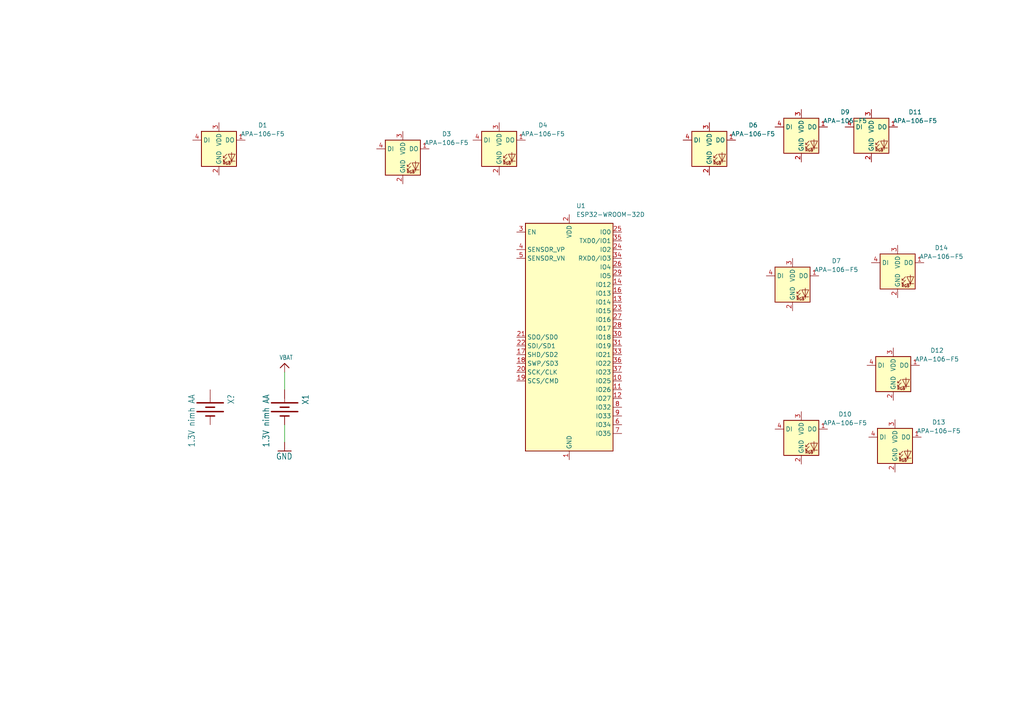
<source format=kicad_sch>
(kicad_sch (version 20210621) (generator eeschema)
  (paper "A4")
  (lib_symbols
    (symbol "LED:APA-106-F5"
      (property "Reference" "D" (at 5.08 5.715 0))
      (property "Value" "APA-106-F5" (at 1.27 -5.715 0))
      (symbol "APA-106-F5_0_0"
        (text "RGB" (at 2.286 -4.191 0) (effects (font (size 0.762 0.762))))
      )
      (symbol "APA-106-F5_0_1"
        (polyline (pts (xy 1.27 -3.556) (xy 1.778 -3.556)))
        (polyline (pts (xy 1.27 -2.54) (xy 1.778 -2.54)))
        (polyline (pts (xy 4.699 -3.556) (xy 2.667 -3.556)))
        (polyline (pts (xy 2.286 -2.54) (xy 1.27 -3.556) (xy 1.27 -3.048)))
        (polyline (pts (xy 2.286 -1.524) (xy 1.27 -2.54) (xy 1.27 -2.032)))
        (polyline (pts (xy 3.683 -1.016) (xy 3.683 -3.556) (xy 3.683 -4.064)))
        (polyline (pts (xy 4.699 -1.524) (xy 2.667 -1.524) (xy 3.683 -3.556) (xy 4.699 -1.524)))
        (rectangle (start 5.08 5.08) (end -5.08 -5.08) (stroke (width 0.254)) (fill (type background)))
      )
      (symbol "APA-106-F5_1_1"
        (pin output line (at 7.62 2.54 180) (length 2.54) (name "DO") (number "1"))
        (pin power_in line (at 0 -7.62 90) (length 2.54) (name "GND") (number "2"))
        (pin power_in line (at 0 7.62 270) (length 2.54) (name "VDD") (number "3"))
        (pin input line (at -7.62 2.54 0) (length 2.54) (name "DI") (number "4"))
      )
    )
    (symbol "RF_Module:ESP32-WROOM-32D"
      (property "Reference" "U" (at -12.7 34.29 0))
      (property "Value" "ESP32-WROOM-32D" (at 1.27 34.29 0))
      (symbol "ESP32-WROOM-32D_0_1"
        (rectangle (start -12.7 33.02) (end 12.7 -33.02) (stroke (width 0.254)) (fill (type background)))
      )
      (symbol "ESP32-WROOM-32D_1_1"
        (pin power_in line (at 0 -35.56 90) (length 2.54) (name "GND") (number "1"))
        (pin bidirectional line (at 15.24 -12.7 180) (length 2.54) (name "IO25") (number "10"))
        (pin bidirectional line (at 15.24 -15.24 180) (length 2.54) (name "IO26") (number "11"))
        (pin bidirectional line (at 15.24 -17.78 180) (length 2.54) (name "IO27") (number "12"))
        (pin bidirectional line (at 15.24 10.16 180) (length 2.54) (name "IO14") (number "13"))
        (pin bidirectional line (at 15.24 15.24 180) (length 2.54) (name "IO12") (number "14"))
        (pin passive line (at 0 -35.56 90) (length 2.54) hide (name "GND") (number "15"))
        (pin bidirectional line (at 15.24 12.7 180) (length 2.54) (name "IO13") (number "16"))
        (pin bidirectional line (at -15.24 -5.08 0) (length 2.54) (name "SHD/SD2") (number "17"))
        (pin bidirectional line (at -15.24 -7.62 0) (length 2.54) (name "SWP/SD3") (number "18"))
        (pin bidirectional line (at -15.24 -12.7 0) (length 2.54) (name "SCS/CMD") (number "19"))
        (pin power_in line (at 0 35.56 270) (length 2.54) (name "VDD") (number "2"))
        (pin bidirectional line (at -15.24 -10.16 0) (length 2.54) (name "SCK/CLK") (number "20"))
        (pin bidirectional line (at -15.24 0 0) (length 2.54) (name "SDO/SD0") (number "21"))
        (pin bidirectional line (at -15.24 -2.54 0) (length 2.54) (name "SDI/SD1") (number "22"))
        (pin bidirectional line (at 15.24 7.62 180) (length 2.54) (name "IO15") (number "23"))
        (pin bidirectional line (at 15.24 25.4 180) (length 2.54) (name "IO2") (number "24"))
        (pin bidirectional line (at 15.24 30.48 180) (length 2.54) (name "IO0") (number "25"))
        (pin bidirectional line (at 15.24 20.32 180) (length 2.54) (name "IO4") (number "26"))
        (pin bidirectional line (at 15.24 5.08 180) (length 2.54) (name "IO16") (number "27"))
        (pin bidirectional line (at 15.24 2.54 180) (length 2.54) (name "IO17") (number "28"))
        (pin bidirectional line (at 15.24 17.78 180) (length 2.54) (name "IO5") (number "29"))
        (pin input line (at -15.24 30.48 0) (length 2.54) (name "EN") (number "3"))
        (pin bidirectional line (at 15.24 0 180) (length 2.54) (name "IO18") (number "30"))
        (pin bidirectional line (at 15.24 -2.54 180) (length 2.54) (name "IO19") (number "31"))
        (pin no_connect line (at -12.7 -27.94 0) (length 2.54) hide (name "NC") (number "32"))
        (pin bidirectional line (at 15.24 -5.08 180) (length 2.54) (name "IO21") (number "33"))
        (pin bidirectional line (at 15.24 22.86 180) (length 2.54) (name "RXD0/IO3") (number "34"))
        (pin bidirectional line (at 15.24 27.94 180) (length 2.54) (name "TXD0/IO1") (number "35"))
        (pin bidirectional line (at 15.24 -7.62 180) (length 2.54) (name "IO22") (number "36"))
        (pin bidirectional line (at 15.24 -10.16 180) (length 2.54) (name "IO23") (number "37"))
        (pin passive line (at 0 -35.56 90) (length 2.54) hide (name "GND") (number "38"))
        (pin passive line (at 0 -35.56 90) (length 2.54) hide (name "GND") (number "39"))
        (pin input line (at -15.24 25.4 0) (length 2.54) (name "SENSOR_VP") (number "4"))
        (pin input line (at -15.24 22.86 0) (length 2.54) (name "SENSOR_VN") (number "5"))
        (pin input line (at 15.24 -25.4 180) (length 2.54) (name "IO34") (number "6"))
        (pin input line (at 15.24 -27.94 180) (length 2.54) (name "IO35") (number "7"))
        (pin bidirectional line (at 15.24 -20.32 180) (length 2.54) (name "IO32") (number "8"))
        (pin bidirectional line (at 15.24 -22.86 180) (length 2.54) (name "IO33") (number "9"))
      )
    )
    (symbol "main-board-rev1d-eagle-import:BATTERY18650-BLOSSOM"
      (property "Value" "BATTERY18650-BLOSSOM" (at -3.81 -6.35 0))
      (symbol "BATTERY18650-BLOSSOM_1_0"
        (polyline (pts (xy -2.54 0) (xy -1.524 0)) (stroke (width 0.1524)))
        (polyline (pts (xy -1.27 3.81) (xy -1.27 -3.81)) (stroke (width 0.4064)))
        (polyline (pts (xy 0 1.27) (xy 0 -1.27)) (stroke (width 0.4064)))
        (polyline (pts (xy 1.27 3.81) (xy 1.27 -3.81)) (stroke (width 0.4064)))
        (polyline (pts (xy 2.54 1.27) (xy 2.54 -1.27)) (stroke (width 0.4064)))
        (pin power_in line (at -5.08 0 0) (length 2.54) (name "+") (number "+"))
        (pin power_in line (at 5.08 0 180) (length 2.54) (name "-") (number "-"))
      )
    )
    (symbol "main-board-rev1d-eagle-import:GND" (power)
      (property "Value" "GND" (at -2.54 -2.54 0))
      (symbol "GND_1_0"
        (polyline (pts (xy -1.905 0) (xy 1.905 0)) (stroke (width 0.254)))
        (pin power_in line (at 0 2.54 270) (length 2.54) (name "GND") (number "1"))
      )
    )
    (symbol "main-board-rev1d-eagle-import:VBAT" (power)
      (property "Value" "VBAT" (at -1.524 1.016 0))
      (symbol "VBAT_1_0"
        (polyline (pts (xy -1.27 -1.27) (xy 0 0)) (stroke (width 0.254)))
        (polyline (pts (xy 0 0) (xy 1.27 -1.27)) (stroke (width 0.254)))
        (pin power_in line (at 0 -2.54 90) (length 2.54) (name "VBAT") (number "1"))
      )
    )
  )
  (wire (pts (xy 82.55 107.95) (xy 82.55 113.03)))
  (wire (pts (xy 82.55 128.27) (xy 82.55 123.19)))
  (symbol (lib_id "main-board-rev1d-eagle-import:GND") (at 82.55 130.81 0) (unit 1)
    (property "Reference" "#U$02" (effects hide))
    (property "Value" "GND" (at 80.01 133.35 0) (effects (font (size 1.778 1.5113)) (justify left bottom)))
  )
  (symbol (lib_id "LED:APA-106-F5") (at 229.87 82.55 0) (unit 1)
    (property "Reference" "D7" (at 242.57 75.6793 0))
    (property "Value" "APA-106-F5" (at 242.57 78.2193 0))
    (property "Footprint" "LED_THT:LED_D5.0mm-4_RGB" (effects hide))
    (property "Datasheet" "https://cdn.sparkfun.com/datasheets/Components/LED/COM-12877.pdf" (effects hide))
  )
  (symbol (lib_id "LED:APA-106-F5") (at 116.84 45.72 0) (unit 1)
    (property "Reference" "D3" (at 129.54 38.8493 0))
    (property "Value" "APA-106-F5" (at 129.54 41.3893 0))
    (property "Footprint" "LED_THT:LED_D5.0mm-4_RGB" (effects hide))
    (property "Datasheet" "https://cdn.sparkfun.com/datasheets/Components/LED/COM-12877.pdf" (effects hide))
  )
  (symbol (lib_id "main-board-rev1d-eagle-import:BATTERY18650-BLOSSOM") (at 60.96 118.11 270) (unit 1)
    (property "Reference" "X?" (at 66.04 114.3 0) (effects (font (size 1.778 1.5113)) (justify left bottom)))
    (property "Value" "1.3V nimh AA" (at 54.61 114.3 0) (effects (font (size 1.778 1.5113)) (justify left bottom)))
    (property "Footprint" "Battery:BatteryHolder_Keystone_2460_1xAA" (effects hide))
  )
  (symbol (lib_id "LED:APA-106-F5") (at 232.41 127 0) (unit 1)
    (property "Reference" "D10" (at 245.11 120.1293 0))
    (property "Value" "APA-106-F5" (at 245.11 122.6693 0))
    (property "Footprint" "LED_THT:LED_D5.0mm-4_RGB" (effects hide))
    (property "Datasheet" "https://cdn.sparkfun.com/datasheets/Components/LED/COM-12877.pdf" (effects hide))
  )
  (symbol (lib_id "LED:APA-106-F5") (at 260.35 78.74 0) (unit 1)
    (property "Reference" "D14" (at 273.05 71.8693 0))
    (property "Value" "APA-106-F5" (at 273.05 74.4093 0))
    (property "Footprint" "LED_THT:LED_D5.0mm-4_RGB" (effects hide))
    (property "Datasheet" "https://cdn.sparkfun.com/datasheets/Components/LED/COM-12877.pdf" (effects hide))
  )
  (symbol (lib_id "LED:APA-106-F5") (at 259.5855 129.3268 0) (unit 1)
    (property "Reference" "D13" (at 272.2855 122.4561 0))
    (property "Value" "APA-106-F5" (at 272.2855 124.9961 0))
    (property "Footprint" "LED_THT:LED_D5.0mm-4_RGB" (effects hide))
    (property "Datasheet" "https://cdn.sparkfun.com/datasheets/Components/LED/COM-12877.pdf" (effects hide))
  )
  (symbol (lib_id "LED:APA-106-F5") (at 252.73 39.37 0) (unit 1)
    (property "Reference" "D11" (at 265.43 32.4993 0))
    (property "Value" "APA-106-F5" (at 265.43 35.0393 0))
    (property "Footprint" "LED_THT:LED_D5.0mm-4_RGB" (effects hide))
    (property "Datasheet" "https://cdn.sparkfun.com/datasheets/Components/LED/COM-12877.pdf" (effects hide))
  )
  (symbol (lib_id "LED:APA-106-F5") (at 63.5 43.18 0) (unit 1)
    (property "Reference" "D1" (at 76.2 36.3093 0))
    (property "Value" "APA-106-F5" (at 76.2 38.8493 0))
    (property "Footprint" "LED_THT:LED_D5.0mm-4_RGB" (effects hide))
    (property "Datasheet" "https://cdn.sparkfun.com/datasheets/Components/LED/COM-12877.pdf" (effects hide))
  )
  (symbol (lib_id "main-board-rev1d-eagle-import:BATTERY18650-BLOSSOM") (at 82.55 118.11 270) (unit 1)
    (property "Reference" "X1" (at 87.63 114.3 0) (effects (font (size 1.778 1.5113)) (justify left bottom)))
    (property "Value" "1.3V nimh AA" (at 76.2 114.3 0) (effects (font (size 1.778 1.5113)) (justify left bottom)))
    (property "Footprint" "Battery:BatteryHolder_Keystone_2460_1xAA" (effects hide))
  )
  (symbol (lib_id "LED:APA-106-F5") (at 205.74 43.18 0) (unit 1)
    (property "Reference" "D6" (at 218.44 36.3093 0))
    (property "Value" "APA-106-F5" (at 218.44 38.8493 0))
    (property "Footprint" "LED_THT:LED_D5.0mm-4_RGB" (effects hide))
    (property "Datasheet" "https://cdn.sparkfun.com/datasheets/Components/LED/COM-12877.pdf" (effects hide))
  )
  (symbol (lib_id "LED:APA-106-F5") (at 144.78 43.18 0) (unit 1)
    (property "Reference" "D4" (at 157.48 36.3093 0))
    (property "Value" "APA-106-F5" (at 157.48 38.8493 0))
    (property "Footprint" "LED_THT:LED_D5.0mm-4_RGB" (effects hide))
    (property "Datasheet" "https://cdn.sparkfun.com/datasheets/Components/LED/COM-12877.pdf" (effects hide))
  )
  (symbol (lib_id "RF_Module:ESP32-WROOM-32D") (at 165.1 97.79 0) (unit 1)
    (property "Reference" "U1" (at 167.1194 59.69 0) (effects (justify left)))
    (property "Value" "ESP32-WROOM-32D" (at 167.1194 62.23 0) (effects (justify left)))
    (property "Footprint" "RF_Module:ESP32-WROOM-32" (effects hide))
    (property "Datasheet" "https://www.espressif.com/sites/default/files/documentation/esp32-wroom-32d_esp32-wroom-32u_datasheet_en.pdf" (effects hide))
  )
  (symbol (lib_id "main-board-rev1d-eagle-import:VBAT") (at 82.55 105.41 0) (unit 1)
    (property "Reference" "#U$01" (effects hide))
    (property "Value" "VBAT" (at 81.026 104.394 0) (effects (font (size 1.27 1.0795)) (justify left bottom)))
  )
  (symbol (lib_id "LED:APA-106-F5") (at 232.41 39.37 0) (unit 1)
    (property "Reference" "D9" (at 245.11 32.4993 0))
    (property "Value" "APA-106-F5" (at 245.11 35.0393 0))
    (property "Footprint" "LED_THT:LED_D5.0mm-4_RGB" (effects hide))
    (property "Datasheet" "https://cdn.sparkfun.com/datasheets/Components/LED/COM-12877.pdf" (effects hide))
  )
  (symbol (lib_id "LED:APA-106-F5") (at 259.0839 108.5141 0) (unit 1)
    (property "Reference" "D12" (at 271.7839 101.6434 0))
    (property "Value" "APA-106-F5" (at 271.7839 104.1834 0))
    (property "Footprint" "LED_THT:LED_D5.0mm-4_RGB" (effects hide))
    (property "Datasheet" "https://cdn.sparkfun.com/datasheets/Components/LED/COM-12877.pdf" (effects hide))
  )
)
</source>
